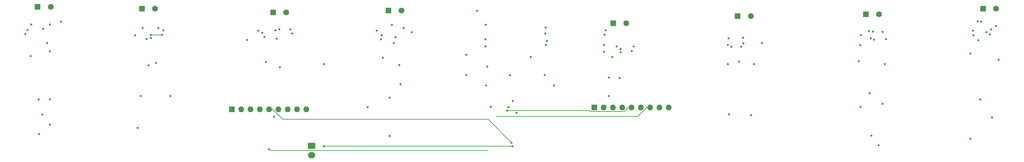
<source format=gbr>
%TF.GenerationSoftware,KiCad,Pcbnew,8.0.8*%
%TF.CreationDate,2025-05-04T20:59:53-05:00*%
%TF.ProjectId,Feedback_sleeve,46656564-6261-4636-9b5f-736c65657665,rev?*%
%TF.SameCoordinates,Original*%
%TF.FileFunction,Copper,L7,Inr*%
%TF.FilePolarity,Positive*%
%FSLAX46Y46*%
G04 Gerber Fmt 4.6, Leading zero omitted, Abs format (unit mm)*
G04 Created by KiCad (PCBNEW 8.0.8) date 2025-05-04 20:59:53*
%MOMM*%
%LPD*%
G01*
G04 APERTURE LIST*
G04 Aperture macros list*
%AMRoundRect*
0 Rectangle with rounded corners*
0 $1 Rounding radius*
0 $2 $3 $4 $5 $6 $7 $8 $9 X,Y pos of 4 corners*
0 Add a 4 corners polygon primitive as box body*
4,1,4,$2,$3,$4,$5,$6,$7,$8,$9,$2,$3,0*
0 Add four circle primitives for the rounded corners*
1,1,$1+$1,$2,$3*
1,1,$1+$1,$4,$5*
1,1,$1+$1,$6,$7*
1,1,$1+$1,$8,$9*
0 Add four rect primitives between the rounded corners*
20,1,$1+$1,$2,$3,$4,$5,0*
20,1,$1+$1,$4,$5,$6,$7,0*
20,1,$1+$1,$6,$7,$8,$9,0*
20,1,$1+$1,$8,$9,$2,$3,0*%
G04 Aperture macros list end*
%TA.AperFunction,ComponentPad*%
%ADD10RoundRect,0.250000X-0.550000X-0.550000X0.550000X-0.550000X0.550000X0.550000X-0.550000X0.550000X0*%
%TD*%
%TA.AperFunction,ComponentPad*%
%ADD11C,1.600000*%
%TD*%
%TA.AperFunction,ComponentPad*%
%ADD12R,1.600000X1.600000*%
%TD*%
%TA.AperFunction,ComponentPad*%
%ADD13O,1.600000X1.600000*%
%TD*%
%TA.AperFunction,ComponentPad*%
%ADD14RoundRect,0.250000X-0.750000X0.600000X-0.750000X-0.600000X0.750000X-0.600000X0.750000X0.600000X0*%
%TD*%
%TA.AperFunction,ComponentPad*%
%ADD15O,2.000000X1.700000*%
%TD*%
%TA.AperFunction,ViaPad*%
%ADD16C,0.600000*%
%TD*%
%TA.AperFunction,Conductor*%
%ADD17C,0.200000*%
%TD*%
G04 APERTURE END LIST*
D10*
%TO.N,Net-(J7-Pin_1)*%
%TO.C,J7*%
X242900000Y-17500000D03*
D11*
%TO.N,Net-(J7-Pin_2)*%
X246500000Y-17500000D03*
%TD*%
D10*
%TO.N,Net-(J8-Pin_1)*%
%TO.C,J8*%
X274900000Y-16000000D03*
D11*
%TO.N,Net-(J8-Pin_2)*%
X278500000Y-16000000D03*
%TD*%
D10*
%TO.N,Net-(J2-Pin_1)*%
%TO.C,J2*%
X45200000Y-16000000D03*
D11*
%TO.N,Net-(J2-Pin_2)*%
X48800000Y-16000000D03*
%TD*%
D10*
%TO.N,Net-(J6-Pin_1)*%
%TO.C,J6*%
X207900000Y-18000000D03*
D11*
%TO.N,Net-(J6-Pin_2)*%
X211500000Y-18000000D03*
%TD*%
D10*
%TO.N,Net-(J3-Pin_1)*%
%TO.C,J3*%
X81000000Y-17000000D03*
D11*
%TO.N,Net-(J3-Pin_2)*%
X84600000Y-17000000D03*
%TD*%
D12*
%TO.N,Net-(RN1-common)*%
%TO.C,RN2*%
X69760000Y-43500000D03*
D13*
%TO.N,Net-(RN2-R1)*%
X72300000Y-43500000D03*
%TO.N,Net-(RN2-R2)*%
X74840000Y-43500000D03*
%TO.N,Net-(RN2-R3)*%
X77380000Y-43500000D03*
%TO.N,Net-(RN2-R4)*%
X79920000Y-43500000D03*
%TO.N,Net-(RN2-R5)*%
X82460000Y-43500000D03*
%TO.N,Net-(RN2-R6)*%
X85000000Y-43500000D03*
%TO.N,Net-(RN2-R7)*%
X87540000Y-43500000D03*
%TO.N,Net-(RN2-R8)*%
X90080000Y-43500000D03*
%TD*%
D14*
%TO.N,Net-(J9-Pin_1)*%
%TO.C,J9*%
X91500000Y-53500000D03*
D15*
%TO.N,Net-(J9-Pin_2)*%
X91500000Y-56000000D03*
%TD*%
D10*
%TO.N,Net-(J4-Pin_1)*%
%TO.C,J4*%
X112500000Y-16500000D03*
D11*
%TO.N,Net-(J4-Pin_2)*%
X116100000Y-16500000D03*
%TD*%
D12*
%TO.N,Net-(RN1-common)*%
%TO.C,RN1*%
X168760000Y-43000000D03*
D13*
%TO.N,Net-(RN1-R1)*%
X171300000Y-43000000D03*
%TO.N,Net-(RN1-R2)*%
X173840000Y-43000000D03*
%TO.N,Net-(RN1-R3)*%
X176380000Y-43000000D03*
%TO.N,Net-(RN1-R4)*%
X178920000Y-43000000D03*
%TO.N,Net-(RN1-R5)*%
X181460000Y-43000000D03*
%TO.N,Net-(RN1-R6)*%
X184000000Y-43000000D03*
%TO.N,Net-(RN1-R7)*%
X186540000Y-43000000D03*
%TO.N,Net-(RN1-R8)*%
X189080000Y-43000000D03*
%TD*%
D10*
%TO.N,Net-(J1-Pin_1)*%
%TO.C,J1*%
X16700000Y-15500000D03*
D11*
%TO.N,Net-(J1-Pin_2)*%
X20300000Y-15500000D03*
%TD*%
D10*
%TO.N,Net-(J5-Pin_1)*%
%TO.C,J5*%
X173900000Y-20000000D03*
D11*
%TO.N,Net-(J5-Pin_2)*%
X177500000Y-20000000D03*
%TD*%
D16*
%TO.N,Net-(U1-GND)*%
X17095500Y-50321100D03*
X171377100Y-27752000D03*
X205594700Y-44905300D03*
X14834800Y-28967500D03*
X179017600Y-27617400D03*
X47589500Y-23225400D03*
X110467800Y-24348000D03*
X172682700Y-34819700D03*
X112842700Y-40329300D03*
X208245400Y-30467500D03*
X50728400Y-23100000D03*
X209432800Y-25440000D03*
X272252400Y-23280900D03*
X171566300Y-23086900D03*
X79067000Y-30518700D03*
X46961400Y-31470500D03*
X244401700Y-50745200D03*
X243947400Y-39076400D03*
X44866000Y-39904100D03*
X17001400Y-40829300D03*
X240951400Y-30411500D03*
X274157400Y-40829300D03*
X78663200Y-23693200D03*
X271418700Y-28282100D03*
X110979400Y-29408200D03*
X155457500Y-21133100D03*
X13395100Y-22941500D03*
X214570700Y-25376200D03*
X245123800Y-24500000D03*
%TO.N,Net-(U2-REG)*%
X274410700Y-19564400D03*
X279125700Y-29974700D03*
%TO.N,Net-(U4-REG)*%
X175674700Y-34923400D03*
%TO.N,Net-(U5-REG)*%
X113469400Y-20366500D03*
X115453800Y-31382200D03*
%TO.N,Net-(U10-REG)*%
X45411400Y-21344600D03*
X49065500Y-30811900D03*
%TO.N,Net-(U6-REG)*%
X15016300Y-20335300D03*
X20090700Y-47685200D03*
%TO.N,Net-(U9-REG)*%
X76938700Y-22008700D03*
X82922700Y-31970500D03*
%TO.N,Net-(U7-REG)*%
X243781600Y-22118400D03*
X246384400Y-53336900D03*
%TO.N,Net-(J1-Pin_1)*%
X19292700Y-25376200D03*
%TO.N,Net-(J1-Pin_2)*%
X23082700Y-19564400D03*
%TO.N,Net-(J2-Pin_2)*%
X51017600Y-21908700D03*
%TO.N,Net-(J2-Pin_1)*%
X47668900Y-24070700D03*
%TO.N,Net-(J3-Pin_2)*%
X85786700Y-21656900D03*
%TO.N,Net-(J3-Pin_1)*%
X86280400Y-22742700D03*
%TO.N,Net-(J4-Pin_1)*%
X114461700Y-23761600D03*
%TO.N,Net-(J4-Pin_2)*%
X118886400Y-22470300D03*
%TO.N,Net-(J5-Pin_2)*%
X179457200Y-26300300D03*
%TO.N,Net-(J5-Pin_1)*%
X175926200Y-27900000D03*
%TO.N,Net-(J6-Pin_1)*%
X208896100Y-26420700D03*
%TO.N,Net-(J7-Pin_1)*%
X248395400Y-24250000D03*
%TO.N,Net-(J7-Pin_2)*%
X244868400Y-22227600D03*
%TO.N,Net-(J8-Pin_1)*%
X276779600Y-23010400D03*
%TO.N,Net-(J8-Pin_2)*%
X277122500Y-21666800D03*
%TO.N,Net-(J9-Pin_1)*%
X145754700Y-34211000D03*
X94890700Y-31188000D03*
%TO.N,Net-(U1-PC01_A1_D1)*%
X173685700Y-29242000D03*
X171845900Y-21950500D03*
X139125100Y-20375000D03*
%TO.N,Net-(U1-PC05_A5_D5_SCL)*%
X139557100Y-31818900D03*
%TO.N,Net-(U1-PA03_A8_D8_SCK)*%
X82011000Y-24176200D03*
%TO.N,Net-(U1-PC00_A0_D0)*%
X273512700Y-19481600D03*
X273612700Y-24641500D03*
X136778700Y-16617400D03*
%TO.N,Net-(U1-PC06_A6_D6_TX)*%
X133786700Y-34093900D03*
X205249400Y-31188000D03*
X206170900Y-26416600D03*
%TO.N,Net-(U1-PC02_A2_D2)*%
X139058900Y-24413400D03*
X113954100Y-25376200D03*
%TO.N,Net-(U1-PA04_A9_D9_MISO)*%
X46445800Y-24270700D03*
X151344000Y-29168400D03*
%TO.N,Net-(U1-PC04_A4_D4_SDA)*%
X133786700Y-28647700D03*
%TO.N,Net-(U1-PC07_A7_D7_RX)*%
X155190200Y-34138800D03*
%TO.N,Net-(U1-PC03_A3_D3)*%
X139058900Y-26342800D03*
X241421900Y-25985700D03*
%TO.N,Net-(RN1-common)*%
X139214400Y-36999800D03*
X247484100Y-22339600D03*
X157739200Y-36999800D03*
X20092300Y-40829300D03*
X20090700Y-27682400D03*
X116668800Y-21334700D03*
X53002700Y-39905700D03*
X115830300Y-36619000D03*
X82695300Y-21708700D03*
X278429300Y-20774000D03*
X20090700Y-20330100D03*
X248039400Y-31188000D03*
X247482700Y-41982700D03*
X212337400Y-31188000D03*
X211578700Y-45078700D03*
X175924200Y-26989200D03*
X49716200Y-21330200D03*
X155381200Y-22754500D03*
X209417200Y-23983900D03*
%TO.N,Net-(RN1-R6)*%
X81279700Y-45523400D03*
X81692800Y-21917300D03*
%TO.N,Net-(RN1-R7)*%
X205374400Y-24104900D03*
%TO.N,Net-(RN1-R2)*%
X18070000Y-44981300D03*
X18194400Y-21458700D03*
%TO.N,Net-(RN1-R8)*%
X205233400Y-25927500D03*
%TO.N,Net-(RN1-R5)*%
X78041100Y-22633100D03*
X79930700Y-54435200D03*
%TO.N,Net-(RN1-R3)*%
X43340400Y-23250000D03*
X44026700Y-48623400D03*
%TO.N,Net-(RN1-R1)*%
X13996600Y-21818200D03*
X145314800Y-42912200D03*
%TO.N,Net-(RN1-R4)*%
X144991400Y-43836400D03*
%TO.N,Net-(RN2-R5)*%
X277402700Y-45717500D03*
X275844500Y-22470700D03*
%TO.N,Net-(RN2-R6)*%
X146389300Y-53624600D03*
X272168000Y-21999100D03*
X94871000Y-53624600D03*
X271418700Y-51529300D03*
%TO.N,Net-(RN2-R7)*%
X155792100Y-24795800D03*
X147504600Y-44475500D03*
X244286900Y-24161600D03*
%TO.N,Net-(RN2-R4)*%
X146160000Y-52645400D03*
X171326500Y-25862500D03*
X155558000Y-25896600D03*
%TO.N,Net-(RN2-R8)*%
X241531400Y-23154400D03*
X241498700Y-42811600D03*
%TO.N,Net-(RN2-R2)*%
X140461900Y-42812200D03*
X106858700Y-42942100D03*
X110618800Y-23261600D03*
%TO.N,Net-(RN2-R3)*%
X172682700Y-39905700D03*
X174878000Y-26284700D03*
X146470800Y-41259900D03*
%TO.N,Net-(RN2-R1)*%
X73946700Y-24529200D03*
X112842700Y-50827800D03*
X109318900Y-22028000D03*
%TD*%
D17*
%TO.N,Net-(U1-GND)*%
X47589500Y-23225400D02*
X50603000Y-23225400D01*
X50603000Y-23225400D02*
X50728400Y-23100000D01*
%TO.N,Net-(RN1-R6)*%
X184000000Y-43000000D02*
X182898300Y-43000000D01*
X182898300Y-43000000D02*
X182898300Y-43137700D01*
X182898300Y-43137700D02*
X180583700Y-45452300D01*
X180583700Y-45452300D02*
X142112800Y-45452300D01*
%TO.N,Net-(RN1-R5)*%
X80301900Y-54806400D02*
X138611700Y-54806400D01*
X139131600Y-54806400D02*
X139768500Y-54806400D01*
X79930700Y-54435200D02*
X80301900Y-54806400D01*
X139131600Y-54806400D02*
X138611700Y-54806400D01*
X139768500Y-54806400D02*
X139131600Y-54806400D01*
X139131600Y-54806400D02*
X139768500Y-54806400D01*
%TO.N,Net-(RN1-R4)*%
X176830500Y-44125500D02*
X167709800Y-44125500D01*
X167709800Y-44125500D02*
X167420700Y-43836400D01*
X178920000Y-43000000D02*
X177818300Y-43000000D01*
X177818300Y-43137700D02*
X176830500Y-44125500D01*
X177818300Y-43000000D02*
X177818300Y-43137700D01*
X167420700Y-43836400D02*
X144991400Y-43836400D01*
%TO.N,Net-(RN2-R6)*%
X94871000Y-53624600D02*
X146389300Y-53624600D01*
%TO.N,Net-(RN2-R4)*%
X79920000Y-43500000D02*
X81021700Y-43500000D01*
X146160000Y-52645400D02*
X139750900Y-46236300D01*
X83620200Y-46236300D02*
X81021700Y-43637800D01*
X81021700Y-43637800D02*
X81021700Y-43500000D01*
X139750900Y-46236300D02*
X83620200Y-46236300D01*
%TD*%
M02*

</source>
